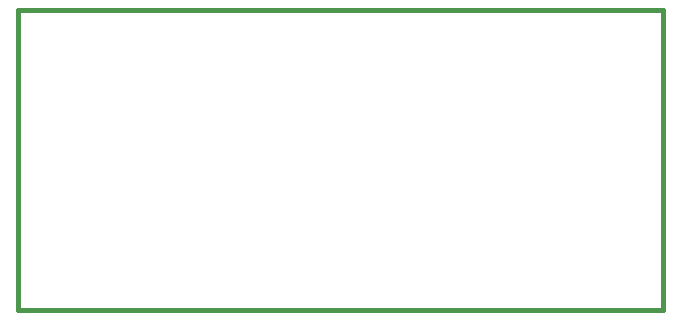
<source format=gbr>
G04 (created by PCBNEW-RS274X (2011-nov-30)-stable) date Mit 25 Apr 2012 20:51:04 CEST*
G01*
G70*
G90*
%MOIN*%
G04 Gerber Fmt 3.4, Leading zero omitted, Abs format*
%FSLAX34Y34*%
G04 APERTURE LIST*
%ADD10C,0.001000*%
%ADD11C,0.015000*%
G04 APERTURE END LIST*
G54D10*
G54D11*
X48000Y-40000D02*
X48000Y-30000D01*
X69500Y-40000D02*
X48000Y-40000D01*
X69500Y-30000D02*
X69500Y-40000D01*
X48000Y-30000D02*
X69500Y-30000D01*
M02*

</source>
